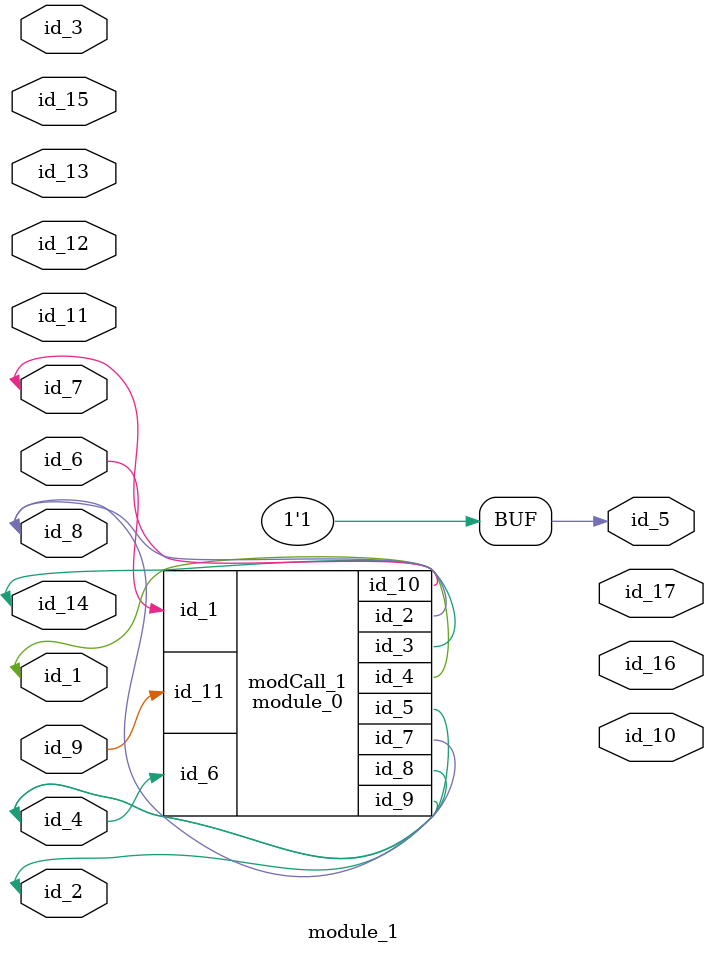
<source format=v>
module module_0 (
    id_1,
    id_2,
    id_3,
    id_4,
    id_5,
    id_6,
    id_7,
    id_8,
    id_9,
    id_10,
    id_11
);
  input wire id_11;
  output wire id_10;
  inout wire id_9;
  inout wire id_8;
  output wire id_7;
  input wire id_6;
  inout wire id_5;
  inout wire id_4;
  output wire id_3;
  inout wire id_2;
  input wire id_1;
  wire id_12;
endmodule
module module_1 (
    id_1,
    id_2,
    id_3,
    id_4,
    id_5,
    id_6,
    id_7,
    id_8,
    id_9,
    id_10,
    id_11,
    id_12,
    id_13,
    id_14,
    id_15,
    id_16,
    id_17
);
  output wire id_17;
  output wire id_16;
  input wire id_15;
  inout wire id_14;
  input wire id_13;
  input wire id_12;
  inout wire id_11;
  output wire id_10;
  inout wire id_9;
  inout wire id_8;
  inout wire id_7;
  inout wire id_6;
  output wor id_5;
  inout wire id_4;
  input wire id_3;
  module_0 modCall_1 (
      id_6,
      id_8,
      id_14,
      id_1,
      id_4,
      id_4,
      id_8,
      id_4,
      id_2,
      id_7,
      id_9
  );
  inout wire id_2;
  inout wire id_1;
  assign id_5 = 1;
endmodule

</source>
